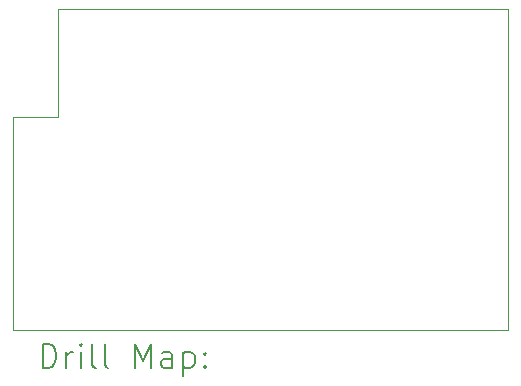
<source format=gbr>
%TF.GenerationSoftware,KiCad,Pcbnew,6.0.11-2627ca5db0~126~ubuntu22.04.1*%
%TF.CreationDate,2023-02-08T11:42:57+02:00*%
%TF.ProjectId,MHI-AC-CTRL,4d48492d-4143-42d4-9354-524c2e6b6963,v2.3*%
%TF.SameCoordinates,Original*%
%TF.FileFunction,Drillmap*%
%TF.FilePolarity,Positive*%
%FSLAX45Y45*%
G04 Gerber Fmt 4.5, Leading zero omitted, Abs format (unit mm)*
G04 Created by KiCad (PCBNEW 6.0.11-2627ca5db0~126~ubuntu22.04.1) date 2023-02-08 11:42:57*
%MOMM*%
%LPD*%
G01*
G04 APERTURE LIST*
%ADD10C,0.100000*%
%ADD11C,0.200000*%
G04 APERTURE END LIST*
D10*
X8305800Y-3708400D02*
X12115800Y-3708400D01*
X7924800Y-4622800D02*
X7924800Y-6426200D01*
X8305800Y-4622800D02*
X8305800Y-3708400D01*
X7924800Y-4622800D02*
X8305800Y-4622800D01*
X12115800Y-6426200D02*
X7924800Y-6426200D01*
X12115800Y-3708400D02*
X12115800Y-6426200D01*
D11*
X8177419Y-6741676D02*
X8177419Y-6541676D01*
X8225038Y-6541676D01*
X8253609Y-6551200D01*
X8272657Y-6570248D01*
X8282181Y-6589295D01*
X8291705Y-6627390D01*
X8291705Y-6655962D01*
X8282181Y-6694057D01*
X8272657Y-6713105D01*
X8253609Y-6732152D01*
X8225038Y-6741676D01*
X8177419Y-6741676D01*
X8377419Y-6741676D02*
X8377419Y-6608343D01*
X8377419Y-6646438D02*
X8386943Y-6627390D01*
X8396467Y-6617867D01*
X8415514Y-6608343D01*
X8434562Y-6608343D01*
X8501229Y-6741676D02*
X8501229Y-6608343D01*
X8501229Y-6541676D02*
X8491705Y-6551200D01*
X8501229Y-6560724D01*
X8510752Y-6551200D01*
X8501229Y-6541676D01*
X8501229Y-6560724D01*
X8625038Y-6741676D02*
X8605990Y-6732152D01*
X8596467Y-6713105D01*
X8596467Y-6541676D01*
X8729800Y-6741676D02*
X8710752Y-6732152D01*
X8701229Y-6713105D01*
X8701229Y-6541676D01*
X8958371Y-6741676D02*
X8958371Y-6541676D01*
X9025038Y-6684533D01*
X9091705Y-6541676D01*
X9091705Y-6741676D01*
X9272657Y-6741676D02*
X9272657Y-6636914D01*
X9263133Y-6617867D01*
X9244086Y-6608343D01*
X9205990Y-6608343D01*
X9186943Y-6617867D01*
X9272657Y-6732152D02*
X9253610Y-6741676D01*
X9205990Y-6741676D01*
X9186943Y-6732152D01*
X9177419Y-6713105D01*
X9177419Y-6694057D01*
X9186943Y-6675009D01*
X9205990Y-6665486D01*
X9253610Y-6665486D01*
X9272657Y-6655962D01*
X9367895Y-6608343D02*
X9367895Y-6808343D01*
X9367895Y-6617867D02*
X9386943Y-6608343D01*
X9425038Y-6608343D01*
X9444086Y-6617867D01*
X9453610Y-6627390D01*
X9463133Y-6646438D01*
X9463133Y-6703581D01*
X9453610Y-6722628D01*
X9444086Y-6732152D01*
X9425038Y-6741676D01*
X9386943Y-6741676D01*
X9367895Y-6732152D01*
X9548848Y-6722628D02*
X9558371Y-6732152D01*
X9548848Y-6741676D01*
X9539324Y-6732152D01*
X9548848Y-6722628D01*
X9548848Y-6741676D01*
X9548848Y-6617867D02*
X9558371Y-6627390D01*
X9548848Y-6636914D01*
X9539324Y-6627390D01*
X9548848Y-6617867D01*
X9548848Y-6636914D01*
M02*

</source>
